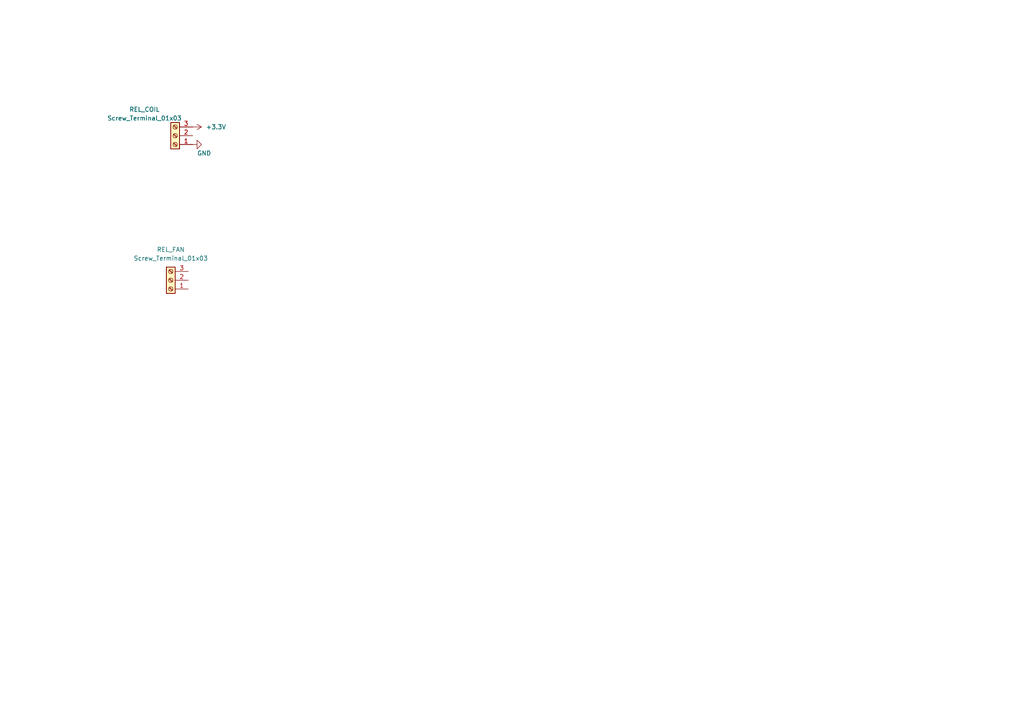
<source format=kicad_sch>
(kicad_sch (version 20230121) (generator eeschema)
  (paper "A4")
  (lib_symbols
    (symbol "Connector:Screw_Terminal_01x03" (pin_names (offset 1.016) hide)
      (property "Reference" "J" (at 0 5.08 0))
      (property "Value" "Screw_Terminal_01x03" (at 0 -5.08 0))
      (symbol "Screw_Terminal_01x03_1_1"
        (rectangle (start -1.27 3.81) (end 1.27 -3.81) (stroke (width 0.254)) (fill (type background)))
        (circle (center 0 -2.54) (radius 0.635) (stroke (width 0.1524)))
        (polyline (pts (xy -0.5334 -2.2098) (xy 0.3302 -3.048)) (stroke (width 0.1524)))
        (polyline (pts (xy -0.5334 0.3302) (xy 0.3302 -0.508)) (stroke (width 0.1524)))
        (polyline (pts (xy -0.5334 2.8702) (xy 0.3302 2.032)) (stroke (width 0.1524)))
        (polyline (pts (xy -0.3556 -2.032) (xy 0.508 -2.8702)) (stroke (width 0.1524)))
        (polyline (pts (xy -0.3556 0.508) (xy 0.508 -0.3302)) (stroke (width 0.1524)))
        (polyline (pts (xy -0.3556 3.048) (xy 0.508 2.2098)) (stroke (width 0.1524)))
        (circle (center 0 0) (radius 0.635) (stroke (width 0.1524)))
        (circle (center 0 2.54) (radius 0.635) (stroke (width 0.1524)))
        (pin passive line (at -5.08 2.54 0) (length 3.81) (name "Pin_1") (number "1"))
        (pin passive line (at -5.08 0 0) (length 3.81) (name "Pin_2") (number "2"))
        (pin passive line (at -5.08 -2.54 0) (length 3.81) (name "Pin_3") (number "3"))
      )
    )
    (symbol "power:+3.3V" (power) (pin_names (offset 0))
      (property "Value" "+3.3V" (at 0 3.556 0))
      (symbol "+3.3V_0_1"
        (polyline (pts (xy -0.762 1.27) (xy 0 2.54)))
        (polyline (pts (xy 0 0) (xy 0 2.54)))
        (polyline (pts (xy 0 2.54) (xy 0.762 1.27)))
      )
      (symbol "+3.3V_1_1"
        (pin power_in line (at 0 0 90) (length 0) hide (name "+3.3V") (number "1"))
      )
    )
    (symbol "power:GND" (power) (pin_names (offset 0))
      (property "Value" "GND" (at 0 -3.81 0))
      (symbol "GND_0_1"
        (polyline (pts (xy 0 0) (xy 0 -1.27) (xy 1.27 -1.27) (xy 0 -2.54) (xy -1.27 -1.27) (xy 0 -1.27)))
      )
      (symbol "GND_1_1"
        (pin power_in line (at 0 0 270) (length 0) hide (name "GND") (number "1"))
      )
    )
  )
  (symbol (lib_id "power:GND") (at 55.88 41.91 90) (unit 1)
    (property "Reference" "#PWR01" (effects hide))
    (property "Value" "GND" (at 57.15 44.45 90) (effects (justify right)))
  )
  (symbol (lib_id "Connector:Screw_Terminal_01x03") (at 50.8 39.37 180) (unit 1)
    (property "Reference" "REL_COIL" (at 41.91 31.75 0))
    (property "Value" "Screw_Terminal_01x03" (at 41.91 34.29 0))
  )
  (symbol (lib_id "power:+3.3V") (at 55.88 36.83 270) (unit 1)
    (property "Reference" "#PWR02" (effects hide))
    (property "Value" "+3.3V" (at 59.69 36.83 90) (effects (justify left)))
  )
  (symbol (lib_id "Connector:Screw_Terminal_01x03") (at 49.53 81.28 180) (unit 1)
    (property "Reference" "REL_FAN" (at 49.53 72.39 0))
    (property "Value" "Screw_Terminal_01x03" (at 49.53 74.93 0))
  )
)
</source>
